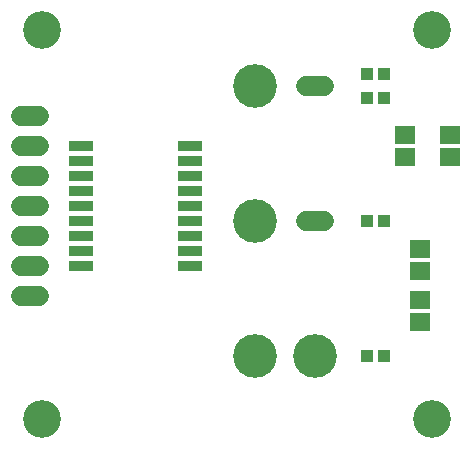
<source format=gbr>
G04 EAGLE Gerber RS-274X export*
G75*
%MOMM*%
%FSLAX34Y34*%
%LPD*%
%INSoldermask Top*%
%IPPOS*%
%AMOC8*
5,1,8,0,0,1.08239X$1,22.5*%
G01*
G04 Define Apertures*
%ADD10C,3.203200*%
%ADD11R,2.106900X0.804700*%
%ADD12C,1.727200*%
%ADD13R,1.003200X1.003200*%
%ADD14R,1.703200X1.503200*%
%ADD15C,3.703200*%
D10*
X35000Y365000D03*
X35000Y35000D03*
X365000Y35000D03*
X365000Y365000D03*
D11*
X68235Y266700D03*
X68235Y254000D03*
X68235Y241300D03*
X68235Y228600D03*
X68235Y215900D03*
X68235Y203200D03*
X68235Y190500D03*
X68235Y177800D03*
X68235Y165100D03*
X160365Y165100D03*
X160365Y177800D03*
X160365Y190500D03*
X160365Y203200D03*
X160365Y215900D03*
X160365Y228600D03*
X160365Y241300D03*
X160365Y254000D03*
X160365Y266700D03*
D12*
X208280Y88900D02*
X223520Y88900D01*
X259080Y88900D02*
X274320Y88900D01*
X223520Y203200D02*
X208280Y203200D01*
X259080Y203200D02*
X274320Y203200D01*
X223520Y317500D02*
X208280Y317500D01*
X259080Y317500D02*
X274320Y317500D01*
D13*
X325000Y88900D03*
X310000Y88900D03*
X325000Y203200D03*
X310000Y203200D03*
X325000Y307500D03*
X310000Y307500D03*
D14*
X355600Y117500D03*
X355600Y136500D03*
X355600Y179500D03*
X355600Y160500D03*
X342900Y276200D03*
X342900Y257200D03*
D12*
X33020Y292100D02*
X17780Y292100D01*
X17780Y266700D02*
X33020Y266700D01*
X33020Y241300D02*
X17780Y241300D01*
X17780Y215900D02*
X33020Y215900D01*
X33020Y190500D02*
X17780Y190500D01*
X17780Y165100D02*
X33020Y165100D01*
X33020Y139700D02*
X17780Y139700D01*
D13*
X325000Y327500D03*
X310000Y327500D03*
D14*
X381000Y276200D03*
X381000Y257200D03*
D15*
X266700Y88900D03*
X215900Y88900D03*
X215900Y203200D03*
X215900Y317500D03*
M02*

</source>
